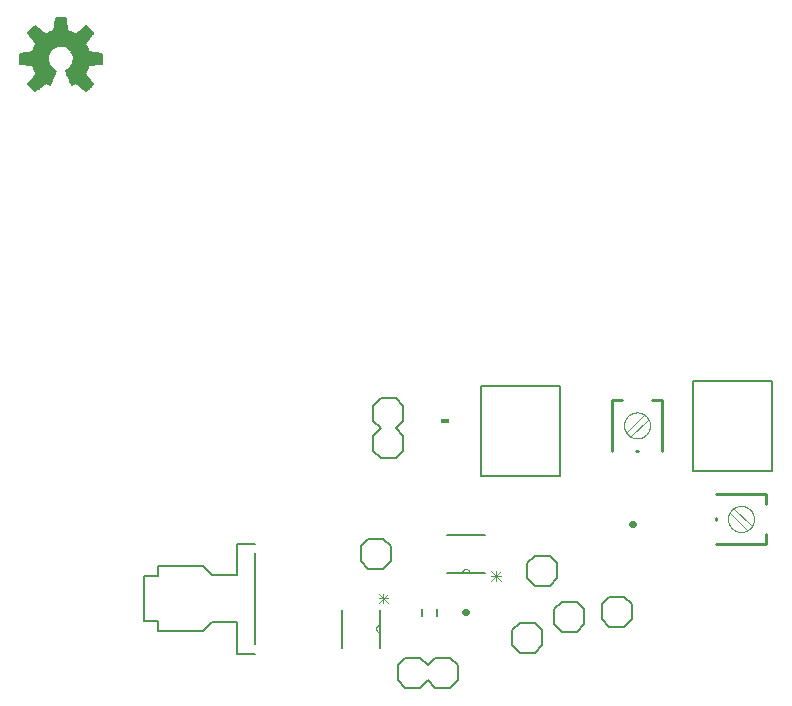
<source format=gto>
G75*
%MOIN*%
%OFA0B0*%
%FSLAX25Y25*%
%IPPOS*%
%LPD*%
%AMOC8*
5,1,8,0,0,1.08239X$1,22.5*
%
%ADD10C,0.02200*%
%ADD11C,0.00600*%
%ADD12C,0.00800*%
%ADD13C,0.00591*%
%ADD14C,0.01000*%
%ADD15C,0.00400*%
%ADD16R,0.03000X0.01800*%
%ADD17C,0.00000*%
%ADD18C,0.00300*%
D10*
X0149734Y0071228D02*
X0149974Y0071228D01*
X0205443Y0100677D02*
X0205683Y0100677D01*
D11*
X0156272Y0096938D02*
X0143672Y0096938D01*
X0143672Y0084338D02*
X0148772Y0084338D01*
X0151172Y0084338D01*
X0156272Y0084338D01*
X0140248Y0072331D02*
X0140248Y0069969D01*
X0135523Y0069969D02*
X0135523Y0072331D01*
X0121272Y0071938D02*
X0121272Y0066838D01*
X0121272Y0064438D01*
X0121272Y0059338D01*
X0108672Y0059338D02*
X0108672Y0071938D01*
D12*
X0079578Y0057331D02*
X0073870Y0057331D01*
X0073870Y0067764D01*
X0065405Y0067764D01*
X0062452Y0064811D01*
X0047492Y0064811D01*
X0047492Y0068158D01*
X0042866Y0068158D01*
X0042866Y0083118D01*
X0047492Y0083118D01*
X0047492Y0086465D01*
X0062452Y0086465D01*
X0065405Y0083512D01*
X0073870Y0083512D01*
X0073870Y0093945D01*
X0079578Y0093945D01*
X0079578Y0090795D02*
X0079578Y0060480D01*
X0114972Y0088138D02*
X0117472Y0085638D01*
X0122472Y0085638D01*
X0124972Y0088138D01*
X0124972Y0093138D01*
X0122472Y0095638D01*
X0117472Y0095638D01*
X0114972Y0093138D01*
X0114972Y0088138D01*
X0155131Y0116543D02*
X0181531Y0116543D01*
X0181531Y0146543D01*
X0155131Y0146543D01*
X0155131Y0116543D01*
X0129106Y0125028D02*
X0126606Y0122528D01*
X0121606Y0122528D01*
X0119106Y0125028D01*
X0119106Y0130028D01*
X0121606Y0132528D01*
X0119106Y0135028D01*
X0119106Y0140028D01*
X0121606Y0142528D01*
X0126606Y0142528D01*
X0129106Y0140028D01*
X0129106Y0135028D01*
X0126606Y0132528D01*
X0129106Y0130028D01*
X0129106Y0125028D01*
X0170484Y0087429D02*
X0172984Y0089929D01*
X0177984Y0089929D01*
X0180484Y0087429D01*
X0180484Y0082429D01*
X0177984Y0079929D01*
X0172984Y0079929D01*
X0170484Y0082429D01*
X0170484Y0087429D01*
X0181960Y0074575D02*
X0179460Y0072075D01*
X0179460Y0067075D01*
X0181960Y0064575D01*
X0186960Y0064575D01*
X0189460Y0067075D01*
X0189460Y0072075D01*
X0186960Y0074575D01*
X0181960Y0074575D01*
X0172905Y0067606D02*
X0167905Y0067606D01*
X0165405Y0065106D01*
X0165405Y0060106D01*
X0167905Y0057606D01*
X0172905Y0057606D01*
X0175405Y0060106D01*
X0175405Y0065106D01*
X0172905Y0067606D01*
X0195248Y0068728D02*
X0197748Y0066228D01*
X0202748Y0066228D01*
X0205248Y0068728D01*
X0205248Y0073728D01*
X0202748Y0076228D01*
X0197748Y0076228D01*
X0195248Y0073728D01*
X0195248Y0068728D01*
X0147295Y0053374D02*
X0147295Y0048374D01*
X0144795Y0045874D01*
X0139795Y0045874D01*
X0137295Y0048374D01*
X0134795Y0045874D01*
X0129795Y0045874D01*
X0127295Y0048374D01*
X0127295Y0053374D01*
X0129795Y0055874D01*
X0134795Y0055874D01*
X0137295Y0053374D01*
X0139795Y0055874D01*
X0144795Y0055874D01*
X0147295Y0053374D01*
X0225643Y0118197D02*
X0252043Y0118197D01*
X0252043Y0148197D01*
X0225643Y0148197D01*
X0225643Y0118197D01*
D13*
X0025830Y0247154D02*
X0023006Y0250618D01*
X0023511Y0251535D01*
X0023911Y0252502D01*
X0024203Y0253507D01*
X0028649Y0253959D01*
X0028649Y0257317D01*
X0024203Y0257769D01*
X0023911Y0258774D01*
X0023511Y0259741D01*
X0023006Y0260658D01*
X0025830Y0264121D01*
X0023456Y0266496D01*
X0019992Y0263672D01*
X0019075Y0264177D01*
X0018108Y0264577D01*
X0017103Y0264869D01*
X0016651Y0269315D01*
X0013293Y0269315D01*
X0012841Y0264869D01*
X0011836Y0264577D01*
X0010869Y0264177D01*
X0009952Y0263672D01*
X0006489Y0266496D01*
X0004114Y0264121D01*
X0006938Y0260658D01*
X0006433Y0259741D01*
X0006033Y0258774D01*
X0005741Y0257769D01*
X0001295Y0257317D01*
X0001295Y0253959D01*
X0005741Y0253507D01*
X0006033Y0252502D01*
X0006433Y0251535D01*
X0006938Y0250618D01*
X0004114Y0247154D01*
X0006489Y0244780D01*
X0009952Y0247604D01*
X0010634Y0247216D01*
X0011346Y0246885D01*
X0013324Y0251660D01*
X0012681Y0251992D01*
X0012102Y0252427D01*
X0011605Y0252953D01*
X0011203Y0253555D01*
X0010907Y0254216D01*
X0010727Y0254917D01*
X0010666Y0255638D01*
X0010741Y0256442D01*
X0010966Y0257218D01*
X0011331Y0257938D01*
X0011825Y0258577D01*
X0012429Y0259113D01*
X0013122Y0259527D01*
X0013881Y0259804D01*
X0014678Y0259934D01*
X0015485Y0259913D01*
X0016275Y0259742D01*
X0017018Y0259427D01*
X0017689Y0258978D01*
X0018265Y0258412D01*
X0018725Y0257748D01*
X0019054Y0257011D01*
X0019238Y0256224D01*
X0019273Y0255418D01*
X0019156Y0254618D01*
X0018892Y0253855D01*
X0018490Y0253155D01*
X0017965Y0252541D01*
X0017334Y0252037D01*
X0016620Y0251660D01*
X0018598Y0246885D01*
X0019310Y0247216D01*
X0019992Y0247604D01*
X0023456Y0244780D01*
X0025830Y0247154D01*
X0025620Y0247413D02*
X0020226Y0247413D01*
X0019657Y0247413D02*
X0018379Y0247413D01*
X0018135Y0248002D02*
X0025139Y0248002D01*
X0024659Y0248591D02*
X0017891Y0248591D01*
X0017647Y0249180D02*
X0024179Y0249180D01*
X0023698Y0249769D02*
X0017403Y0249769D01*
X0017159Y0250358D02*
X0023218Y0250358D01*
X0023188Y0250947D02*
X0016915Y0250947D01*
X0016671Y0251536D02*
X0023512Y0251536D01*
X0023756Y0252125D02*
X0017444Y0252125D01*
X0018113Y0252714D02*
X0023973Y0252714D01*
X0024144Y0253303D02*
X0018575Y0253303D01*
X0018905Y0253893D02*
X0027998Y0253893D01*
X0028649Y0254482D02*
X0019108Y0254482D01*
X0019222Y0255071D02*
X0028649Y0255071D01*
X0028649Y0255660D02*
X0019262Y0255660D01*
X0019232Y0256249D02*
X0028649Y0256249D01*
X0028649Y0256838D02*
X0019094Y0256838D01*
X0018868Y0257427D02*
X0027567Y0257427D01*
X0024131Y0258016D02*
X0018540Y0258016D01*
X0018069Y0258605D02*
X0023960Y0258605D01*
X0023737Y0259194D02*
X0017366Y0259194D01*
X0016086Y0259783D02*
X0023488Y0259783D01*
X0023164Y0260372D02*
X0006781Y0260372D01*
X0006690Y0260961D02*
X0023254Y0260961D01*
X0023734Y0261550D02*
X0006210Y0261550D01*
X0005730Y0262139D02*
X0024214Y0262139D01*
X0024695Y0262728D02*
X0005249Y0262728D01*
X0004769Y0263318D02*
X0025175Y0263318D01*
X0025655Y0263907D02*
X0020280Y0263907D01*
X0019566Y0263907D02*
X0010378Y0263907D01*
X0009664Y0263907D02*
X0004289Y0263907D01*
X0004488Y0264496D02*
X0008942Y0264496D01*
X0008220Y0265085D02*
X0005077Y0265085D01*
X0005666Y0265674D02*
X0007497Y0265674D01*
X0006775Y0266263D02*
X0006255Y0266263D01*
X0011639Y0264496D02*
X0018305Y0264496D01*
X0017081Y0265085D02*
X0012863Y0265085D01*
X0012923Y0265674D02*
X0017021Y0265674D01*
X0016961Y0266263D02*
X0012983Y0266263D01*
X0013043Y0266852D02*
X0016902Y0266852D01*
X0016842Y0267441D02*
X0013102Y0267441D01*
X0013162Y0268030D02*
X0016782Y0268030D01*
X0016722Y0268619D02*
X0013222Y0268619D01*
X0013282Y0269208D02*
X0016662Y0269208D01*
X0021002Y0264496D02*
X0025456Y0264496D01*
X0024867Y0265085D02*
X0021725Y0265085D01*
X0022447Y0265674D02*
X0024278Y0265674D01*
X0023689Y0266263D02*
X0023169Y0266263D01*
X0013825Y0259783D02*
X0006456Y0259783D01*
X0006207Y0259194D02*
X0012565Y0259194D01*
X0011856Y0258605D02*
X0005984Y0258605D01*
X0005813Y0258016D02*
X0011392Y0258016D01*
X0011072Y0257427D02*
X0002377Y0257427D01*
X0001295Y0256838D02*
X0010856Y0256838D01*
X0010723Y0256249D02*
X0001295Y0256249D01*
X0001295Y0255660D02*
X0010668Y0255660D01*
X0010714Y0255071D02*
X0001295Y0255071D01*
X0001295Y0254482D02*
X0010839Y0254482D01*
X0011052Y0253893D02*
X0001946Y0253893D01*
X0005800Y0253303D02*
X0011371Y0253303D01*
X0011831Y0252714D02*
X0005971Y0252714D01*
X0006188Y0252125D02*
X0012503Y0252125D01*
X0013273Y0251536D02*
X0006432Y0251536D01*
X0006756Y0250947D02*
X0013029Y0250947D01*
X0012785Y0250358D02*
X0006726Y0250358D01*
X0006246Y0249769D02*
X0012541Y0249769D01*
X0012297Y0249180D02*
X0005765Y0249180D01*
X0005285Y0248591D02*
X0012053Y0248591D01*
X0011809Y0248002D02*
X0004805Y0248002D01*
X0004325Y0247413D02*
X0009718Y0247413D01*
X0010287Y0247413D02*
X0011565Y0247413D01*
X0008996Y0246824D02*
X0004444Y0246824D01*
X0005033Y0246235D02*
X0008273Y0246235D01*
X0007551Y0245646D02*
X0005623Y0245646D01*
X0006212Y0245057D02*
X0006828Y0245057D01*
X0020948Y0246824D02*
X0025500Y0246824D01*
X0024911Y0246235D02*
X0021671Y0246235D01*
X0022393Y0245646D02*
X0024322Y0245646D01*
X0023733Y0245057D02*
X0023116Y0245057D01*
D14*
X0198594Y0141858D02*
X0198594Y0124929D01*
X0206665Y0124929D02*
X0207452Y0124929D01*
X0215523Y0124929D02*
X0215523Y0141858D01*
X0212177Y0141858D01*
X0201941Y0141858D02*
X0198594Y0141858D01*
X0233240Y0110677D02*
X0250169Y0110677D01*
X0250169Y0107331D01*
X0250169Y0097095D02*
X0250169Y0093748D01*
X0233240Y0093748D01*
X0233240Y0101819D02*
X0233240Y0102606D01*
D15*
X0238161Y0104181D02*
X0243673Y0098669D01*
X0245051Y0100047D02*
X0239539Y0105559D01*
X0237373Y0102213D02*
X0237375Y0102344D01*
X0237381Y0102476D01*
X0237391Y0102607D01*
X0237405Y0102738D01*
X0237423Y0102868D01*
X0237445Y0102997D01*
X0237470Y0103126D01*
X0237500Y0103254D01*
X0237534Y0103381D01*
X0237571Y0103508D01*
X0237612Y0103632D01*
X0237657Y0103756D01*
X0237706Y0103878D01*
X0237758Y0103999D01*
X0237814Y0104117D01*
X0237874Y0104235D01*
X0237937Y0104350D01*
X0238004Y0104463D01*
X0238074Y0104575D01*
X0238147Y0104684D01*
X0238223Y0104790D01*
X0238303Y0104895D01*
X0238386Y0104997D01*
X0238472Y0105096D01*
X0238561Y0105193D01*
X0238653Y0105287D01*
X0238748Y0105378D01*
X0238845Y0105467D01*
X0238945Y0105552D01*
X0239048Y0105634D01*
X0239153Y0105713D01*
X0239260Y0105789D01*
X0239370Y0105861D01*
X0239482Y0105930D01*
X0239596Y0105996D01*
X0239711Y0106058D01*
X0239829Y0106117D01*
X0239948Y0106172D01*
X0240069Y0106224D01*
X0240192Y0106271D01*
X0240316Y0106315D01*
X0240441Y0106356D01*
X0240567Y0106392D01*
X0240695Y0106425D01*
X0240823Y0106453D01*
X0240952Y0106478D01*
X0241082Y0106499D01*
X0241212Y0106516D01*
X0241343Y0106529D01*
X0241474Y0106538D01*
X0241605Y0106543D01*
X0241737Y0106544D01*
X0241868Y0106541D01*
X0242000Y0106534D01*
X0242131Y0106523D01*
X0242261Y0106508D01*
X0242391Y0106489D01*
X0242521Y0106466D01*
X0242649Y0106440D01*
X0242777Y0106409D01*
X0242904Y0106374D01*
X0243030Y0106336D01*
X0243154Y0106294D01*
X0243278Y0106248D01*
X0243399Y0106198D01*
X0243519Y0106145D01*
X0243638Y0106088D01*
X0243755Y0106028D01*
X0243869Y0105964D01*
X0243982Y0105896D01*
X0244093Y0105825D01*
X0244202Y0105751D01*
X0244308Y0105674D01*
X0244412Y0105593D01*
X0244513Y0105510D01*
X0244612Y0105423D01*
X0244708Y0105333D01*
X0244801Y0105240D01*
X0244892Y0105145D01*
X0244979Y0105047D01*
X0245064Y0104946D01*
X0245145Y0104843D01*
X0245223Y0104737D01*
X0245298Y0104629D01*
X0245370Y0104519D01*
X0245438Y0104407D01*
X0245503Y0104293D01*
X0245564Y0104176D01*
X0245622Y0104058D01*
X0245676Y0103938D01*
X0245727Y0103817D01*
X0245774Y0103694D01*
X0245817Y0103570D01*
X0245856Y0103445D01*
X0245892Y0103318D01*
X0245923Y0103190D01*
X0245951Y0103062D01*
X0245975Y0102933D01*
X0245995Y0102803D01*
X0246011Y0102672D01*
X0246023Y0102541D01*
X0246031Y0102410D01*
X0246035Y0102279D01*
X0246035Y0102147D01*
X0246031Y0102016D01*
X0246023Y0101885D01*
X0246011Y0101754D01*
X0245995Y0101623D01*
X0245975Y0101493D01*
X0245951Y0101364D01*
X0245923Y0101236D01*
X0245892Y0101108D01*
X0245856Y0100981D01*
X0245817Y0100856D01*
X0245774Y0100732D01*
X0245727Y0100609D01*
X0245676Y0100488D01*
X0245622Y0100368D01*
X0245564Y0100250D01*
X0245503Y0100133D01*
X0245438Y0100019D01*
X0245370Y0099907D01*
X0245298Y0099797D01*
X0245223Y0099689D01*
X0245145Y0099583D01*
X0245064Y0099480D01*
X0244979Y0099379D01*
X0244892Y0099281D01*
X0244801Y0099186D01*
X0244708Y0099093D01*
X0244612Y0099003D01*
X0244513Y0098916D01*
X0244412Y0098833D01*
X0244308Y0098752D01*
X0244202Y0098675D01*
X0244093Y0098601D01*
X0243982Y0098530D01*
X0243870Y0098462D01*
X0243755Y0098398D01*
X0243638Y0098338D01*
X0243519Y0098281D01*
X0243399Y0098228D01*
X0243278Y0098178D01*
X0243154Y0098132D01*
X0243030Y0098090D01*
X0242904Y0098052D01*
X0242777Y0098017D01*
X0242649Y0097986D01*
X0242521Y0097960D01*
X0242391Y0097937D01*
X0242261Y0097918D01*
X0242131Y0097903D01*
X0242000Y0097892D01*
X0241868Y0097885D01*
X0241737Y0097882D01*
X0241605Y0097883D01*
X0241474Y0097888D01*
X0241343Y0097897D01*
X0241212Y0097910D01*
X0241082Y0097927D01*
X0240952Y0097948D01*
X0240823Y0097973D01*
X0240695Y0098001D01*
X0240567Y0098034D01*
X0240441Y0098070D01*
X0240316Y0098111D01*
X0240192Y0098155D01*
X0240069Y0098202D01*
X0239948Y0098254D01*
X0239829Y0098309D01*
X0239711Y0098368D01*
X0239596Y0098430D01*
X0239482Y0098496D01*
X0239370Y0098565D01*
X0239260Y0098637D01*
X0239153Y0098713D01*
X0239048Y0098792D01*
X0238945Y0098874D01*
X0238845Y0098959D01*
X0238748Y0099048D01*
X0238653Y0099139D01*
X0238561Y0099233D01*
X0238472Y0099330D01*
X0238386Y0099429D01*
X0238303Y0099531D01*
X0238223Y0099636D01*
X0238147Y0099742D01*
X0238074Y0099851D01*
X0238004Y0099963D01*
X0237937Y0100076D01*
X0237874Y0100191D01*
X0237814Y0100309D01*
X0237758Y0100427D01*
X0237706Y0100548D01*
X0237657Y0100670D01*
X0237612Y0100794D01*
X0237571Y0100918D01*
X0237534Y0101045D01*
X0237500Y0101172D01*
X0237470Y0101300D01*
X0237445Y0101429D01*
X0237423Y0101558D01*
X0237405Y0101688D01*
X0237391Y0101819D01*
X0237381Y0101950D01*
X0237375Y0102082D01*
X0237373Y0102213D01*
X0205090Y0129850D02*
X0210602Y0135362D01*
X0209224Y0136740D02*
X0203712Y0131228D01*
X0202728Y0133394D02*
X0202730Y0133525D01*
X0202736Y0133657D01*
X0202746Y0133788D01*
X0202760Y0133919D01*
X0202778Y0134049D01*
X0202800Y0134178D01*
X0202825Y0134307D01*
X0202855Y0134435D01*
X0202889Y0134562D01*
X0202926Y0134689D01*
X0202967Y0134813D01*
X0203012Y0134937D01*
X0203061Y0135059D01*
X0203113Y0135180D01*
X0203169Y0135298D01*
X0203229Y0135416D01*
X0203292Y0135531D01*
X0203359Y0135644D01*
X0203429Y0135756D01*
X0203502Y0135865D01*
X0203578Y0135971D01*
X0203658Y0136076D01*
X0203741Y0136178D01*
X0203827Y0136277D01*
X0203916Y0136374D01*
X0204008Y0136468D01*
X0204103Y0136559D01*
X0204200Y0136648D01*
X0204300Y0136733D01*
X0204403Y0136815D01*
X0204508Y0136894D01*
X0204615Y0136970D01*
X0204725Y0137042D01*
X0204837Y0137111D01*
X0204951Y0137177D01*
X0205066Y0137239D01*
X0205184Y0137298D01*
X0205303Y0137353D01*
X0205424Y0137405D01*
X0205547Y0137452D01*
X0205671Y0137496D01*
X0205796Y0137537D01*
X0205922Y0137573D01*
X0206050Y0137606D01*
X0206178Y0137634D01*
X0206307Y0137659D01*
X0206437Y0137680D01*
X0206567Y0137697D01*
X0206698Y0137710D01*
X0206829Y0137719D01*
X0206960Y0137724D01*
X0207092Y0137725D01*
X0207223Y0137722D01*
X0207355Y0137715D01*
X0207486Y0137704D01*
X0207616Y0137689D01*
X0207746Y0137670D01*
X0207876Y0137647D01*
X0208004Y0137621D01*
X0208132Y0137590D01*
X0208259Y0137555D01*
X0208385Y0137517D01*
X0208509Y0137475D01*
X0208633Y0137429D01*
X0208754Y0137379D01*
X0208874Y0137326D01*
X0208993Y0137269D01*
X0209110Y0137209D01*
X0209224Y0137145D01*
X0209337Y0137077D01*
X0209448Y0137006D01*
X0209557Y0136932D01*
X0209663Y0136855D01*
X0209767Y0136774D01*
X0209868Y0136691D01*
X0209967Y0136604D01*
X0210063Y0136514D01*
X0210156Y0136421D01*
X0210247Y0136326D01*
X0210334Y0136228D01*
X0210419Y0136127D01*
X0210500Y0136024D01*
X0210578Y0135918D01*
X0210653Y0135810D01*
X0210725Y0135700D01*
X0210793Y0135588D01*
X0210858Y0135474D01*
X0210919Y0135357D01*
X0210977Y0135239D01*
X0211031Y0135119D01*
X0211082Y0134998D01*
X0211129Y0134875D01*
X0211172Y0134751D01*
X0211211Y0134626D01*
X0211247Y0134499D01*
X0211278Y0134371D01*
X0211306Y0134243D01*
X0211330Y0134114D01*
X0211350Y0133984D01*
X0211366Y0133853D01*
X0211378Y0133722D01*
X0211386Y0133591D01*
X0211390Y0133460D01*
X0211390Y0133328D01*
X0211386Y0133197D01*
X0211378Y0133066D01*
X0211366Y0132935D01*
X0211350Y0132804D01*
X0211330Y0132674D01*
X0211306Y0132545D01*
X0211278Y0132417D01*
X0211247Y0132289D01*
X0211211Y0132162D01*
X0211172Y0132037D01*
X0211129Y0131913D01*
X0211082Y0131790D01*
X0211031Y0131669D01*
X0210977Y0131549D01*
X0210919Y0131431D01*
X0210858Y0131314D01*
X0210793Y0131200D01*
X0210725Y0131088D01*
X0210653Y0130978D01*
X0210578Y0130870D01*
X0210500Y0130764D01*
X0210419Y0130661D01*
X0210334Y0130560D01*
X0210247Y0130462D01*
X0210156Y0130367D01*
X0210063Y0130274D01*
X0209967Y0130184D01*
X0209868Y0130097D01*
X0209767Y0130014D01*
X0209663Y0129933D01*
X0209557Y0129856D01*
X0209448Y0129782D01*
X0209337Y0129711D01*
X0209225Y0129643D01*
X0209110Y0129579D01*
X0208993Y0129519D01*
X0208874Y0129462D01*
X0208754Y0129409D01*
X0208633Y0129359D01*
X0208509Y0129313D01*
X0208385Y0129271D01*
X0208259Y0129233D01*
X0208132Y0129198D01*
X0208004Y0129167D01*
X0207876Y0129141D01*
X0207746Y0129118D01*
X0207616Y0129099D01*
X0207486Y0129084D01*
X0207355Y0129073D01*
X0207223Y0129066D01*
X0207092Y0129063D01*
X0206960Y0129064D01*
X0206829Y0129069D01*
X0206698Y0129078D01*
X0206567Y0129091D01*
X0206437Y0129108D01*
X0206307Y0129129D01*
X0206178Y0129154D01*
X0206050Y0129182D01*
X0205922Y0129215D01*
X0205796Y0129251D01*
X0205671Y0129292D01*
X0205547Y0129336D01*
X0205424Y0129383D01*
X0205303Y0129435D01*
X0205184Y0129490D01*
X0205066Y0129549D01*
X0204951Y0129611D01*
X0204837Y0129677D01*
X0204725Y0129746D01*
X0204615Y0129818D01*
X0204508Y0129894D01*
X0204403Y0129973D01*
X0204300Y0130055D01*
X0204200Y0130140D01*
X0204103Y0130229D01*
X0204008Y0130320D01*
X0203916Y0130414D01*
X0203827Y0130511D01*
X0203741Y0130610D01*
X0203658Y0130712D01*
X0203578Y0130817D01*
X0203502Y0130923D01*
X0203429Y0131032D01*
X0203359Y0131144D01*
X0203292Y0131257D01*
X0203229Y0131372D01*
X0203169Y0131490D01*
X0203113Y0131608D01*
X0203061Y0131729D01*
X0203012Y0131851D01*
X0202967Y0131975D01*
X0202926Y0132099D01*
X0202889Y0132226D01*
X0202855Y0132353D01*
X0202825Y0132481D01*
X0202800Y0132610D01*
X0202778Y0132739D01*
X0202760Y0132869D01*
X0202746Y0133000D01*
X0202736Y0133131D01*
X0202730Y0133263D01*
X0202728Y0133394D01*
D16*
X0143082Y0134772D03*
D17*
X0148772Y0084338D02*
X0148774Y0084407D01*
X0148780Y0084475D01*
X0148790Y0084543D01*
X0148803Y0084610D01*
X0148821Y0084676D01*
X0148842Y0084741D01*
X0148867Y0084805D01*
X0148895Y0084867D01*
X0148927Y0084928D01*
X0148962Y0084987D01*
X0149001Y0085043D01*
X0149043Y0085098D01*
X0149088Y0085149D01*
X0149136Y0085199D01*
X0149186Y0085245D01*
X0149239Y0085288D01*
X0149295Y0085329D01*
X0149352Y0085366D01*
X0149412Y0085399D01*
X0149474Y0085430D01*
X0149537Y0085456D01*
X0149601Y0085479D01*
X0149667Y0085499D01*
X0149734Y0085514D01*
X0149801Y0085526D01*
X0149869Y0085534D01*
X0149938Y0085538D01*
X0150006Y0085538D01*
X0150075Y0085534D01*
X0150143Y0085526D01*
X0150210Y0085514D01*
X0150277Y0085499D01*
X0150343Y0085479D01*
X0150407Y0085456D01*
X0150470Y0085430D01*
X0150532Y0085399D01*
X0150592Y0085366D01*
X0150649Y0085329D01*
X0150705Y0085288D01*
X0150758Y0085245D01*
X0150808Y0085199D01*
X0150856Y0085149D01*
X0150901Y0085098D01*
X0150943Y0085043D01*
X0150982Y0084987D01*
X0151017Y0084928D01*
X0151049Y0084867D01*
X0151077Y0084805D01*
X0151102Y0084741D01*
X0151123Y0084676D01*
X0151141Y0084610D01*
X0151154Y0084543D01*
X0151164Y0084475D01*
X0151170Y0084407D01*
X0151172Y0084338D01*
X0121272Y0066838D02*
X0121203Y0066836D01*
X0121135Y0066830D01*
X0121067Y0066820D01*
X0121000Y0066807D01*
X0120934Y0066789D01*
X0120869Y0066768D01*
X0120805Y0066743D01*
X0120743Y0066715D01*
X0120682Y0066683D01*
X0120623Y0066648D01*
X0120567Y0066609D01*
X0120512Y0066567D01*
X0120461Y0066522D01*
X0120411Y0066474D01*
X0120365Y0066424D01*
X0120322Y0066371D01*
X0120281Y0066315D01*
X0120244Y0066258D01*
X0120211Y0066198D01*
X0120180Y0066136D01*
X0120154Y0066073D01*
X0120131Y0066009D01*
X0120111Y0065943D01*
X0120096Y0065876D01*
X0120084Y0065809D01*
X0120076Y0065741D01*
X0120072Y0065672D01*
X0120072Y0065604D01*
X0120076Y0065535D01*
X0120084Y0065467D01*
X0120096Y0065400D01*
X0120111Y0065333D01*
X0120131Y0065267D01*
X0120154Y0065203D01*
X0120180Y0065140D01*
X0120211Y0065078D01*
X0120244Y0065018D01*
X0120281Y0064961D01*
X0120322Y0064905D01*
X0120365Y0064852D01*
X0120411Y0064802D01*
X0120461Y0064754D01*
X0120512Y0064709D01*
X0120567Y0064667D01*
X0120623Y0064628D01*
X0120682Y0064593D01*
X0120743Y0064561D01*
X0120805Y0064533D01*
X0120869Y0064508D01*
X0120934Y0064487D01*
X0121000Y0064469D01*
X0121067Y0064456D01*
X0121135Y0064446D01*
X0121203Y0064440D01*
X0121272Y0064438D01*
D18*
X0120906Y0074152D02*
X0124042Y0077288D01*
X0122474Y0077288D02*
X0122474Y0074152D01*
X0124042Y0074152D02*
X0120906Y0077288D01*
X0120906Y0075720D02*
X0124042Y0075720D01*
X0158486Y0081568D02*
X0161622Y0084704D01*
X0160054Y0084704D02*
X0160054Y0081568D01*
X0161622Y0081568D02*
X0158486Y0084704D01*
X0158486Y0083136D02*
X0161622Y0083136D01*
M02*

</source>
